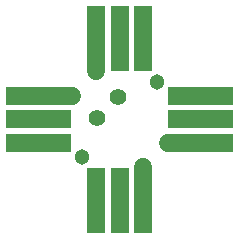
<source format=gbr>
G04 EAGLE Gerber RS-274X export*
G75*
%MOMM*%
%FSLAX34Y34*%
%LPD*%
%INSoldermask Bottom*%
%IPPOS*%
%AMOC8*
5,1,8,0,0,1.08239X$1,22.5*%
G01*
%ADD10C,1.303200*%
%ADD11C,1.500000*%
%ADD12R,1.609600X1.609600*%
%ADD13R,5.200000X1.500000*%
%ADD14R,1.500000X5.200000*%
%ADD15C,1.422400*%


D10*
X133350Y133350D03*
X69850Y69850D03*
D11*
X61020Y121600D02*
X60520Y121600D01*
D12*
X53020Y121600D03*
X33020Y121600D03*
X13020Y121600D03*
X53020Y101600D03*
X33020Y101600D03*
X13020Y101600D03*
X53020Y81600D03*
X33020Y81600D03*
X13020Y81600D03*
D13*
X33020Y121600D03*
X33020Y101600D03*
X33020Y81600D03*
D11*
X142180Y81600D02*
X142680Y81600D01*
D12*
X150180Y81600D03*
X170180Y81600D03*
X190180Y81600D03*
X150180Y101600D03*
X170180Y101600D03*
X190180Y101600D03*
X150180Y121600D03*
X170180Y121600D03*
X190180Y121600D03*
D13*
X170180Y81600D03*
X170180Y101600D03*
X170180Y121600D03*
D11*
X121600Y61020D02*
X121600Y60520D01*
D12*
X121600Y53020D03*
X121600Y33020D03*
X121600Y13020D03*
X101600Y53020D03*
X101600Y33020D03*
X101600Y13020D03*
X81600Y53020D03*
X81600Y33020D03*
X81600Y13020D03*
D14*
X81600Y33020D03*
X101600Y33020D03*
X121600Y33020D03*
D11*
X81600Y142180D02*
X81600Y142680D01*
D12*
X81600Y150180D03*
X81600Y170180D03*
X81600Y190180D03*
X101600Y150180D03*
X101600Y170180D03*
X101600Y190180D03*
X121600Y150180D03*
X121600Y170180D03*
X121600Y190180D03*
D14*
X121600Y170180D03*
X101600Y170180D03*
X81600Y170180D03*
D15*
X82460Y102780D03*
X100420Y120740D03*
M02*

</source>
